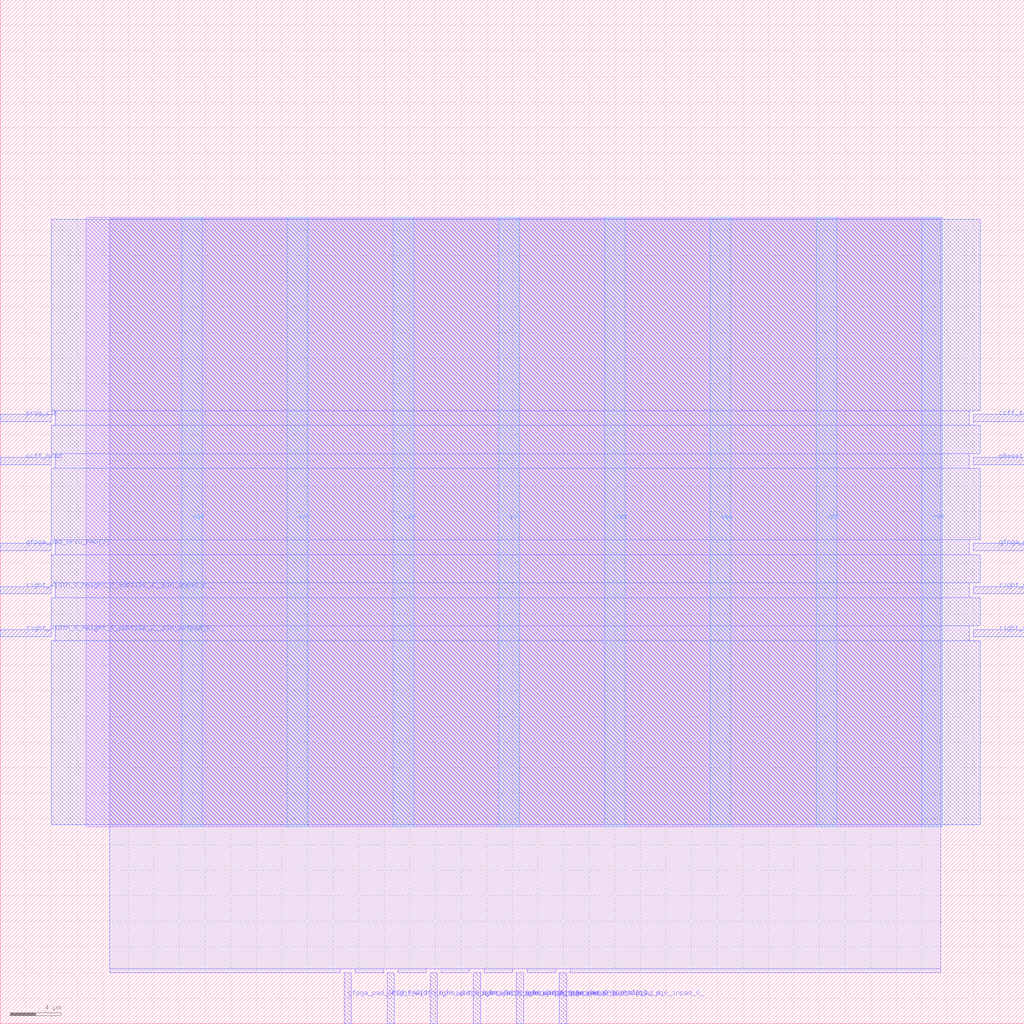
<source format=lef>
VERSION 5.7 ;
  NOWIREEXTENSIONATPIN ON ;
  DIVIDERCHAR "/" ;
  BUSBITCHARS "[]" ;
MACRO grid_io_left
  CLASS BLOCK ;
  FOREIGN grid_io_left ;
  ORIGIN 0.000 0.000 ;
  SIZE 80.000 BY 80.000 ;
  PIN ccff_head
    DIRECTION INPUT ;
    USE SIGNAL ;
    ANTENNAGATEAREA 0.741000 ;
    ANTENNADIFFAREA 0.410400 ;
    PORT
      LAYER Metal3 ;
        RECT 0.000 43.680 4.000 44.240 ;
    END
  END ccff_head
  PIN ccff_tail
    DIRECTION OUTPUT TRISTATE ;
    USE SIGNAL ;
    ANTENNADIFFAREA 1.986000 ;
    PORT
      LAYER Metal3 ;
        RECT 76.000 47.040 80.000 47.600 ;
    END
  END ccff_tail
  PIN gfpga_pad_GPIO_PAD[0]
    DIRECTION INOUT ;
    USE SIGNAL ;
    ANTENNADIFFAREA 2.080400 ;
    PORT
      LAYER Metal3 ;
        RECT 76.000 36.960 80.000 37.520 ;
    END
  END gfpga_pad_GPIO_PAD[0]
  PIN gfpga_pad_GPIO_PAD[1]
    DIRECTION INOUT ;
    USE SIGNAL ;
    ANTENNADIFFAREA 2.080400 ;
    PORT
      LAYER Metal2 ;
        RECT 43.680 0.000 44.240 4.000 ;
    END
  END gfpga_pad_GPIO_PAD[1]
  PIN gfpga_pad_GPIO_PAD[2]
    DIRECTION INOUT ;
    USE SIGNAL ;
    ANTENNADIFFAREA 2.080400 ;
    PORT
      LAYER Metal3 ;
        RECT 0.000 36.960 4.000 37.520 ;
    END
  END gfpga_pad_GPIO_PAD[2]
  PIN gfpga_pad_GPIO_PAD[3]
    DIRECTION INOUT ;
    USE SIGNAL ;
    ANTENNADIFFAREA 2.080400 ;
    PORT
      LAYER Metal2 ;
        RECT 26.880 0.000 27.440 4.000 ;
    END
  END gfpga_pad_GPIO_PAD[3]
  PIN pReset
    DIRECTION INPUT ;
    USE SIGNAL ;
    ANTENNAGATEAREA 0.726000 ;
    ANTENNADIFFAREA 0.410400 ;
    PORT
      LAYER Metal3 ;
        RECT 76.000 43.680 80.000 44.240 ;
    END
  END pReset
  PIN prog_clk
    DIRECTION INPUT ;
    USE SIGNAL ;
    ANTENNAGATEAREA 4.738000 ;
    ANTENNADIFFAREA 0.410400 ;
    PORT
      LAYER Metal3 ;
        RECT 0.000 47.040 4.000 47.600 ;
    END
  END prog_clk
  PIN right_width_0_height_0_subtile_0__pin_inpad_0_
    DIRECTION OUTPUT TRISTATE ;
    USE SIGNAL ;
    ANTENNADIFFAREA 1.986000 ;
    PORT
      LAYER Metal3 ;
        RECT 76.000 33.600 80.000 34.160 ;
    END
  END right_width_0_height_0_subtile_0__pin_inpad_0_
  PIN right_width_0_height_0_subtile_0__pin_outpad_0_
    DIRECTION INPUT ;
    USE SIGNAL ;
    ANTENNAGATEAREA 0.741000 ;
    ANTENNADIFFAREA 0.410400 ;
    PORT
      LAYER Metal3 ;
        RECT 76.000 30.240 80.000 30.800 ;
    END
  END right_width_0_height_0_subtile_0__pin_outpad_0_
  PIN right_width_0_height_0_subtile_1__pin_inpad_0_
    DIRECTION OUTPUT TRISTATE ;
    USE SIGNAL ;
    ANTENNADIFFAREA 2.080400 ;
    PORT
      LAYER Metal2 ;
        RECT 40.320 0.000 40.880 4.000 ;
    END
  END right_width_0_height_0_subtile_1__pin_inpad_0_
  PIN right_width_0_height_0_subtile_1__pin_outpad_0_
    DIRECTION INPUT ;
    USE SIGNAL ;
    ANTENNAGATEAREA 0.741000 ;
    ANTENNADIFFAREA 0.410400 ;
    PORT
      LAYER Metal2 ;
        RECT 36.960 0.000 37.520 4.000 ;
    END
  END right_width_0_height_0_subtile_1__pin_outpad_0_
  PIN right_width_0_height_0_subtile_2__pin_inpad_0_
    DIRECTION OUTPUT TRISTATE ;
    USE SIGNAL ;
    ANTENNADIFFAREA 2.080400 ;
    PORT
      LAYER Metal3 ;
        RECT 0.000 33.600 4.000 34.160 ;
    END
  END right_width_0_height_0_subtile_2__pin_inpad_0_
  PIN right_width_0_height_0_subtile_2__pin_outpad_0_
    DIRECTION INPUT ;
    USE SIGNAL ;
    ANTENNAGATEAREA 0.741000 ;
    ANTENNADIFFAREA 0.410400 ;
    PORT
      LAYER Metal3 ;
        RECT 0.000 30.240 4.000 30.800 ;
    END
  END right_width_0_height_0_subtile_2__pin_outpad_0_
  PIN right_width_0_height_0_subtile_3__pin_inpad_0_
    DIRECTION OUTPUT TRISTATE ;
    USE SIGNAL ;
    ANTENNADIFFAREA 2.080400 ;
    PORT
      LAYER Metal2 ;
        RECT 33.600 0.000 34.160 4.000 ;
    END
  END right_width_0_height_0_subtile_3__pin_inpad_0_
  PIN right_width_0_height_0_subtile_3__pin_outpad_0_
    DIRECTION INPUT ;
    USE SIGNAL ;
    ANTENNAGATEAREA 0.741000 ;
    ANTENNADIFFAREA 0.410400 ;
    PORT
      LAYER Metal2 ;
        RECT 30.240 0.000 30.800 4.000 ;
    END
  END right_width_0_height_0_subtile_3__pin_outpad_0_
  PIN vdd
    DIRECTION INOUT ;
    USE POWER ;
    PORT
      LAYER Metal4 ;
        RECT 14.180 15.380 15.780 63.020 ;
    END
    PORT
      LAYER Metal4 ;
        RECT 30.700 15.380 32.300 63.020 ;
    END
    PORT
      LAYER Metal4 ;
        RECT 47.220 15.380 48.820 63.020 ;
    END
    PORT
      LAYER Metal4 ;
        RECT 63.740 15.380 65.340 63.020 ;
    END
  END vdd
  PIN vss
    DIRECTION INOUT ;
    USE GROUND ;
    PORT
      LAYER Metal4 ;
        RECT 22.440 15.380 24.040 63.020 ;
    END
    PORT
      LAYER Metal4 ;
        RECT 38.960 15.380 40.560 63.020 ;
    END
    PORT
      LAYER Metal4 ;
        RECT 55.480 15.380 57.080 63.020 ;
    END
    PORT
      LAYER Metal4 ;
        RECT 72.000 15.380 73.600 63.020 ;
    END
  END vss
  OBS
      LAYER Metal1 ;
        RECT 6.720 15.380 73.600 63.020 ;
      LAYER Metal2 ;
        RECT 8.540 4.300 73.460 62.910 ;
        RECT 8.540 4.000 26.580 4.300 ;
        RECT 27.740 4.000 29.940 4.300 ;
        RECT 31.100 4.000 33.300 4.300 ;
        RECT 34.460 4.000 36.660 4.300 ;
        RECT 37.820 4.000 40.020 4.300 ;
        RECT 41.180 4.000 43.380 4.300 ;
        RECT 44.540 4.000 73.460 4.300 ;
      LAYER Metal3 ;
        RECT 4.000 47.900 76.580 62.860 ;
        RECT 4.300 46.740 75.700 47.900 ;
        RECT 4.000 44.540 76.580 46.740 ;
        RECT 4.300 43.380 75.700 44.540 ;
        RECT 4.000 37.820 76.580 43.380 ;
        RECT 4.300 36.660 75.700 37.820 ;
        RECT 4.000 34.460 76.580 36.660 ;
        RECT 4.300 33.300 75.700 34.460 ;
        RECT 4.000 31.100 76.580 33.300 ;
        RECT 4.300 29.940 75.700 31.100 ;
        RECT 4.000 15.540 76.580 29.940 ;
  END
END grid_io_left
END LIBRARY


</source>
